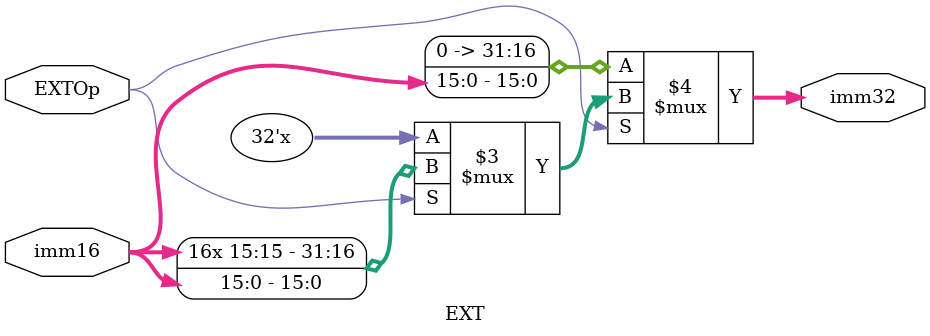
<source format=v>
`timescale 1ns / 1ps
module EXT(
    input [15:0] imm16,
    input  EXTOp,
    output [31:0] imm32
    );
	assign imm32 = (EXTOp == 2'b00)? {16'h0000,imm16}:
						(EXTOp == 2'b01)? {{16{imm16[15]}},imm16}:
																	32'hxxxxxxxx;

endmodule

</source>
